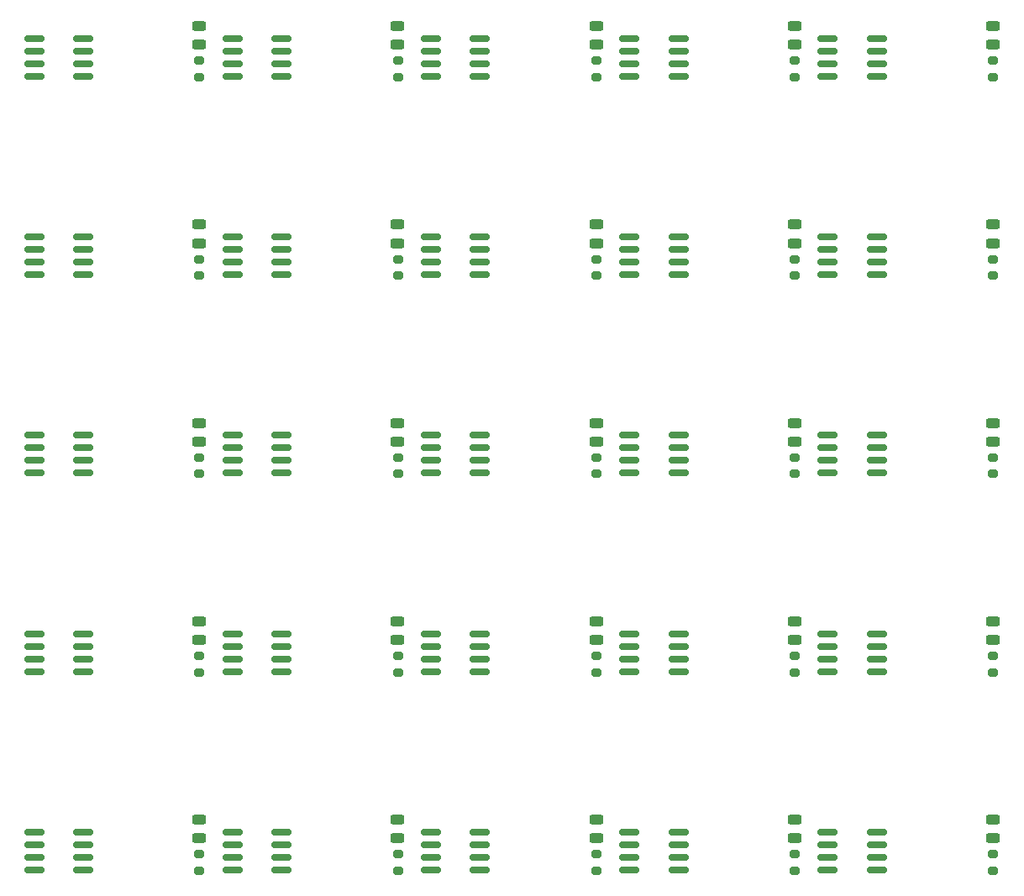
<source format=gbr>
%TF.GenerationSoftware,KiCad,Pcbnew,9.0.1*%
%TF.CreationDate,2025-08-07T10:54:26-06:00*%
%TF.ProjectId,bhc-panel,6268632d-7061-46e6-956c-2e6b69636164,rev?*%
%TF.SameCoordinates,PX5defda0PY9a7ec80*%
%TF.FileFunction,Paste,Top*%
%TF.FilePolarity,Positive*%
%FSLAX46Y46*%
G04 Gerber Fmt 4.6, Leading zero omitted, Abs format (unit mm)*
G04 Created by KiCad (PCBNEW 9.0.1) date 2025-08-07 10:54:26*
%MOMM*%
%LPD*%
G01*
G04 APERTURE LIST*
G04 Aperture macros list*
%AMRoundRect*
0 Rectangle with rounded corners*
0 $1 Rounding radius*
0 $2 $3 $4 $5 $6 $7 $8 $9 X,Y pos of 4 corners*
0 Add a 4 corners polygon primitive as box body*
4,1,4,$2,$3,$4,$5,$6,$7,$8,$9,$2,$3,0*
0 Add four circle primitives for the rounded corners*
1,1,$1+$1,$2,$3*
1,1,$1+$1,$4,$5*
1,1,$1+$1,$6,$7*
1,1,$1+$1,$8,$9*
0 Add four rect primitives between the rounded corners*
20,1,$1+$1,$2,$3,$4,$5,0*
20,1,$1+$1,$4,$5,$6,$7,0*
20,1,$1+$1,$6,$7,$8,$9,0*
20,1,$1+$1,$8,$9,$2,$3,0*%
G04 Aperture macros list end*
%ADD10RoundRect,0.200000X-0.275000X0.200000X-0.275000X-0.200000X0.275000X-0.200000X0.275000X0.200000X0*%
%ADD11RoundRect,0.243750X-0.456250X0.243750X-0.456250X-0.243750X0.456250X-0.243750X0.456250X0.243750X0*%
%ADD12RoundRect,0.150000X-0.825000X-0.150000X0.825000X-0.150000X0.825000X0.150000X-0.825000X0.150000X0*%
G04 APERTURE END LIST*
D10*
%TO.C,R1*%
X18445000Y16270000D03*
X18445000Y14620000D03*
%TD*%
D11*
%TO.C,D1*%
X58425000Y39760000D03*
X58425000Y37885000D03*
%TD*%
D10*
%TO.C,R1*%
X38445000Y76270000D03*
X38445000Y74620000D03*
%TD*%
D12*
%TO.C,U1*%
X21775000Y78525000D03*
X21775000Y77255000D03*
X21775000Y75985000D03*
X21775000Y74715000D03*
X26725000Y74715000D03*
X26725000Y75985000D03*
X26725000Y77255000D03*
X26725000Y78525000D03*
%TD*%
D10*
%TO.C,R1*%
X58445000Y56270000D03*
X58445000Y54620000D03*
%TD*%
%TO.C,R1*%
X18445000Y36270000D03*
X18445000Y34620000D03*
%TD*%
%TO.C,R1*%
X38445000Y96270000D03*
X38445000Y94620000D03*
%TD*%
%TO.C,R1*%
X98445000Y56270000D03*
X98445000Y54620000D03*
%TD*%
D11*
%TO.C,D1*%
X18425000Y59760000D03*
X18425000Y57885000D03*
%TD*%
D10*
%TO.C,R1*%
X78445000Y96270000D03*
X78445000Y94620000D03*
%TD*%
D11*
%TO.C,D1*%
X58425000Y79760000D03*
X58425000Y77885000D03*
%TD*%
%TO.C,D1*%
X98425000Y39760000D03*
X98425000Y37885000D03*
%TD*%
D10*
%TO.C,R1*%
X38445000Y16270000D03*
X38445000Y14620000D03*
%TD*%
D12*
%TO.C,U1*%
X61775000Y18525000D03*
X61775000Y17255000D03*
X61775000Y15985000D03*
X61775000Y14715000D03*
X66725000Y14715000D03*
X66725000Y15985000D03*
X66725000Y17255000D03*
X66725000Y18525000D03*
%TD*%
D11*
%TO.C,D1*%
X98425000Y99760000D03*
X98425000Y97885000D03*
%TD*%
D10*
%TO.C,R1*%
X98445000Y36270000D03*
X98445000Y34620000D03*
%TD*%
D12*
%TO.C,U1*%
X1775000Y58525000D03*
X1775000Y57255000D03*
X1775000Y55985000D03*
X1775000Y54715000D03*
X6725000Y54715000D03*
X6725000Y55985000D03*
X6725000Y57255000D03*
X6725000Y58525000D03*
%TD*%
%TO.C,U1*%
X41775000Y38525000D03*
X41775000Y37255000D03*
X41775000Y35985000D03*
X41775000Y34715000D03*
X46725000Y34715000D03*
X46725000Y35985000D03*
X46725000Y37255000D03*
X46725000Y38525000D03*
%TD*%
D10*
%TO.C,R1*%
X98445000Y76270000D03*
X98445000Y74620000D03*
%TD*%
D12*
%TO.C,U1*%
X81775000Y38525000D03*
X81775000Y37255000D03*
X81775000Y35985000D03*
X81775000Y34715000D03*
X86725000Y34715000D03*
X86725000Y35985000D03*
X86725000Y37255000D03*
X86725000Y38525000D03*
%TD*%
D11*
%TO.C,D1*%
X58425000Y59760000D03*
X58425000Y57885000D03*
%TD*%
D10*
%TO.C,R1*%
X98445000Y96270000D03*
X98445000Y94620000D03*
%TD*%
D12*
%TO.C,U1*%
X41775000Y18525000D03*
X41775000Y17255000D03*
X41775000Y15985000D03*
X41775000Y14715000D03*
X46725000Y14715000D03*
X46725000Y15985000D03*
X46725000Y17255000D03*
X46725000Y18525000D03*
%TD*%
D11*
%TO.C,D1*%
X98425000Y19760000D03*
X98425000Y17885000D03*
%TD*%
D10*
%TO.C,R1*%
X58445000Y16270000D03*
X58445000Y14620000D03*
%TD*%
%TO.C,R1*%
X78445000Y56270000D03*
X78445000Y54620000D03*
%TD*%
D12*
%TO.C,U1*%
X81775000Y18525000D03*
X81775000Y17255000D03*
X81775000Y15985000D03*
X81775000Y14715000D03*
X86725000Y14715000D03*
X86725000Y15985000D03*
X86725000Y17255000D03*
X86725000Y18525000D03*
%TD*%
D11*
%TO.C,D1*%
X78425000Y39760000D03*
X78425000Y37885000D03*
%TD*%
D12*
%TO.C,U1*%
X21775000Y18525000D03*
X21775000Y17255000D03*
X21775000Y15985000D03*
X21775000Y14715000D03*
X26725000Y14715000D03*
X26725000Y15985000D03*
X26725000Y17255000D03*
X26725000Y18525000D03*
%TD*%
%TO.C,U1*%
X81775000Y78525000D03*
X81775000Y77255000D03*
X81775000Y75985000D03*
X81775000Y74715000D03*
X86725000Y74715000D03*
X86725000Y75985000D03*
X86725000Y77255000D03*
X86725000Y78525000D03*
%TD*%
D11*
%TO.C,D1*%
X38425000Y99760000D03*
X38425000Y97885000D03*
%TD*%
%TO.C,D1*%
X38425000Y59760000D03*
X38425000Y57885000D03*
%TD*%
%TO.C,D1*%
X78425000Y19760000D03*
X78425000Y17885000D03*
%TD*%
D10*
%TO.C,R1*%
X38445000Y36270000D03*
X38445000Y34620000D03*
%TD*%
D11*
%TO.C,D1*%
X38425000Y19760000D03*
X38425000Y17885000D03*
%TD*%
D10*
%TO.C,R1*%
X98445000Y16270000D03*
X98445000Y14620000D03*
%TD*%
D12*
%TO.C,U1*%
X1775000Y98525000D03*
X1775000Y97255000D03*
X1775000Y95985000D03*
X1775000Y94715000D03*
X6725000Y94715000D03*
X6725000Y95985000D03*
X6725000Y97255000D03*
X6725000Y98525000D03*
%TD*%
%TO.C,U1*%
X81775000Y58525000D03*
X81775000Y57255000D03*
X81775000Y55985000D03*
X81775000Y54715000D03*
X86725000Y54715000D03*
X86725000Y55985000D03*
X86725000Y57255000D03*
X86725000Y58525000D03*
%TD*%
%TO.C,U1*%
X41775000Y58525000D03*
X41775000Y57255000D03*
X41775000Y55985000D03*
X41775000Y54715000D03*
X46725000Y54715000D03*
X46725000Y55985000D03*
X46725000Y57255000D03*
X46725000Y58525000D03*
%TD*%
D10*
%TO.C,R1*%
X58445000Y36270000D03*
X58445000Y34620000D03*
%TD*%
D11*
%TO.C,D1*%
X58425000Y99760000D03*
X58425000Y97885000D03*
%TD*%
D12*
%TO.C,U1*%
X81775000Y98525000D03*
X81775000Y97255000D03*
X81775000Y95985000D03*
X81775000Y94715000D03*
X86725000Y94715000D03*
X86725000Y95985000D03*
X86725000Y97255000D03*
X86725000Y98525000D03*
%TD*%
%TO.C,U1*%
X41775000Y78525000D03*
X41775000Y77255000D03*
X41775000Y75985000D03*
X41775000Y74715000D03*
X46725000Y74715000D03*
X46725000Y75985000D03*
X46725000Y77255000D03*
X46725000Y78525000D03*
%TD*%
D10*
%TO.C,R1*%
X58445000Y76270000D03*
X58445000Y74620000D03*
%TD*%
D11*
%TO.C,D1*%
X18425000Y19760000D03*
X18425000Y17885000D03*
%TD*%
D10*
%TO.C,R1*%
X18445000Y76270000D03*
X18445000Y74620000D03*
%TD*%
%TO.C,R1*%
X78445000Y76270000D03*
X78445000Y74620000D03*
%TD*%
D11*
%TO.C,D1*%
X18425000Y99760000D03*
X18425000Y97885000D03*
%TD*%
%TO.C,D1*%
X18425000Y79760000D03*
X18425000Y77885000D03*
%TD*%
D12*
%TO.C,U1*%
X21775000Y38525000D03*
X21775000Y37255000D03*
X21775000Y35985000D03*
X21775000Y34715000D03*
X26725000Y34715000D03*
X26725000Y35985000D03*
X26725000Y37255000D03*
X26725000Y38525000D03*
%TD*%
%TO.C,U1*%
X41775000Y98525000D03*
X41775000Y97255000D03*
X41775000Y95985000D03*
X41775000Y94715000D03*
X46725000Y94715000D03*
X46725000Y95985000D03*
X46725000Y97255000D03*
X46725000Y98525000D03*
%TD*%
%TO.C,U1*%
X21775000Y98525000D03*
X21775000Y97255000D03*
X21775000Y95985000D03*
X21775000Y94715000D03*
X26725000Y94715000D03*
X26725000Y95985000D03*
X26725000Y97255000D03*
X26725000Y98525000D03*
%TD*%
%TO.C,U1*%
X61775000Y38525000D03*
X61775000Y37255000D03*
X61775000Y35985000D03*
X61775000Y34715000D03*
X66725000Y34715000D03*
X66725000Y35985000D03*
X66725000Y37255000D03*
X66725000Y38525000D03*
%TD*%
%TO.C,U1*%
X61775000Y58525000D03*
X61775000Y57255000D03*
X61775000Y55985000D03*
X61775000Y54715000D03*
X66725000Y54715000D03*
X66725000Y55985000D03*
X66725000Y57255000D03*
X66725000Y58525000D03*
%TD*%
D10*
%TO.C,R1*%
X78445000Y16270000D03*
X78445000Y14620000D03*
%TD*%
D11*
%TO.C,D1*%
X38425000Y79760000D03*
X38425000Y77885000D03*
%TD*%
%TO.C,D1*%
X78425000Y79760000D03*
X78425000Y77885000D03*
%TD*%
D10*
%TO.C,R1*%
X78445000Y36270000D03*
X78445000Y34620000D03*
%TD*%
D12*
%TO.C,U1*%
X61775000Y98525000D03*
X61775000Y97255000D03*
X61775000Y95985000D03*
X61775000Y94715000D03*
X66725000Y94715000D03*
X66725000Y95985000D03*
X66725000Y97255000D03*
X66725000Y98525000D03*
%TD*%
D10*
%TO.C,R1*%
X58445000Y96270000D03*
X58445000Y94620000D03*
%TD*%
D12*
%TO.C,U1*%
X61775000Y78525000D03*
X61775000Y77255000D03*
X61775000Y75985000D03*
X61775000Y74715000D03*
X66725000Y74715000D03*
X66725000Y75985000D03*
X66725000Y77255000D03*
X66725000Y78525000D03*
%TD*%
D10*
%TO.C,R1*%
X38445000Y56270000D03*
X38445000Y54620000D03*
%TD*%
D11*
%TO.C,D1*%
X78425000Y59760000D03*
X78425000Y57885000D03*
%TD*%
%TO.C,D1*%
X38425000Y39760000D03*
X38425000Y37885000D03*
%TD*%
%TO.C,D1*%
X98425000Y59760000D03*
X98425000Y57885000D03*
%TD*%
D10*
%TO.C,R1*%
X18445000Y56270000D03*
X18445000Y54620000D03*
%TD*%
D12*
%TO.C,U1*%
X1775000Y18525000D03*
X1775000Y17255000D03*
X1775000Y15985000D03*
X1775000Y14715000D03*
X6725000Y14715000D03*
X6725000Y15985000D03*
X6725000Y17255000D03*
X6725000Y18525000D03*
%TD*%
%TO.C,U1*%
X1775000Y78525000D03*
X1775000Y77255000D03*
X1775000Y75985000D03*
X1775000Y74715000D03*
X6725000Y74715000D03*
X6725000Y75985000D03*
X6725000Y77255000D03*
X6725000Y78525000D03*
%TD*%
D10*
%TO.C,R1*%
X18445000Y96270000D03*
X18445000Y94620000D03*
%TD*%
D11*
%TO.C,D1*%
X78425000Y99760000D03*
X78425000Y97885000D03*
%TD*%
%TO.C,D1*%
X98425000Y79760000D03*
X98425000Y77885000D03*
%TD*%
D12*
%TO.C,U1*%
X21775000Y58525000D03*
X21775000Y57255000D03*
X21775000Y55985000D03*
X21775000Y54715000D03*
X26725000Y54715000D03*
X26725000Y55985000D03*
X26725000Y57255000D03*
X26725000Y58525000D03*
%TD*%
%TO.C,U1*%
X1775000Y38525000D03*
X1775000Y37255000D03*
X1775000Y35985000D03*
X1775000Y34715000D03*
X6725000Y34715000D03*
X6725000Y35985000D03*
X6725000Y37255000D03*
X6725000Y38525000D03*
%TD*%
D11*
%TO.C,D1*%
X18425000Y39760000D03*
X18425000Y37885000D03*
%TD*%
%TO.C,D1*%
X58425000Y19760000D03*
X58425000Y17885000D03*
%TD*%
M02*

</source>
